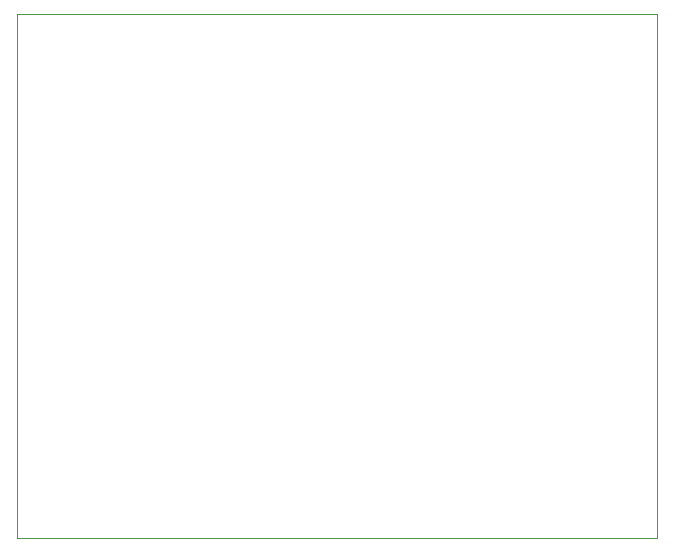
<source format=gbr>
%TF.GenerationSoftware,KiCad,Pcbnew,(6.0.8)*%
%TF.CreationDate,2023-06-26T15:44:48-04:00*%
%TF.ProjectId,DIAPLAY  7 SEG x 4,44494150-4c41-4592-9020-372053454720,rev?*%
%TF.SameCoordinates,Original*%
%TF.FileFunction,Profile,NP*%
%FSLAX46Y46*%
G04 Gerber Fmt 4.6, Leading zero omitted, Abs format (unit mm)*
G04 Created by KiCad (PCBNEW (6.0.8)) date 2023-06-26 15:44:48*
%MOMM*%
%LPD*%
G01*
G04 APERTURE LIST*
%TA.AperFunction,Profile*%
%ADD10C,0.100000*%
%TD*%
G04 APERTURE END LIST*
D10*
X111310000Y-102750000D02*
X165490000Y-102750000D01*
X165490000Y-102750000D02*
X165490000Y-58340000D01*
X165490000Y-58340000D02*
X111310000Y-58340000D01*
X111310000Y-58340000D02*
X111310000Y-102750000D01*
M02*

</source>
